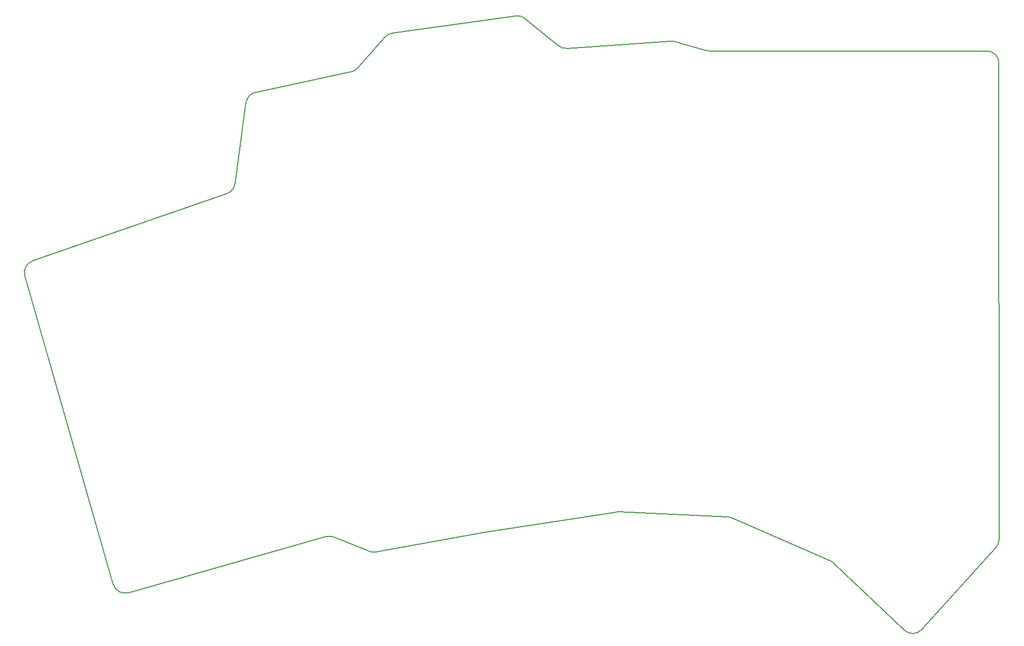
<source format=gbr>
%TF.GenerationSoftware,KiCad,Pcbnew,8.0.4*%
%TF.CreationDate,2024-08-02T12:22:31+01:00*%
%TF.ProjectId,left,6c656674-2e6b-4696-9361-645f70636258,v1.0.0*%
%TF.SameCoordinates,Original*%
%TF.FileFunction,Profile,NP*%
%FSLAX46Y46*%
G04 Gerber Fmt 4.6, Leading zero omitted, Abs format (unit mm)*
G04 Created by KiCad (PCBNEW 8.0.4) date 2024-08-02 12:22:31*
%MOMM*%
%LPD*%
G01*
G04 APERTURE LIST*
%TA.AperFunction,Profile*%
%ADD10C,0.150000*%
%TD*%
G04 APERTURE END LIST*
D10*
X120150527Y-177260464D02*
X105648874Y-126687163D01*
X106916469Y-124246162D02*
X138743688Y-113215624D01*
X140069874Y-111600012D02*
X141917082Y-98249347D01*
X143482378Y-96567153D02*
X159072497Y-93253374D01*
X160152770Y-92624372D02*
X164666267Y-87536852D01*
X165884005Y-86883602D02*
X186072633Y-84046275D01*
X187618825Y-84480030D02*
X193045285Y-88927897D01*
X194452647Y-89376245D02*
X211277404Y-88199728D01*
X211943534Y-88265438D02*
X217315167Y-89731551D01*
X217841777Y-89802143D02*
X263274684Y-89802132D01*
X265274677Y-91801100D02*
X265314945Y-169819107D01*
X264801217Y-171158406D02*
X252640242Y-184664540D01*
X249774196Y-184774144D02*
X238256747Y-173798467D01*
X237678354Y-173413881D02*
X221556828Y-166363774D01*
X220845601Y-166198246D02*
X202878979Y-165387955D01*
X202485228Y-165409106D02*
X180938142Y-168718781D01*
X180884636Y-168727744D02*
X163135383Y-171949064D01*
X162026049Y-171834367D02*
X156306627Y-169512925D01*
X155008462Y-169442056D02*
X122619041Y-178633224D01*
X105648874Y-126687163D02*
G75*
G02*
X106916470Y-124246165I1922515J551276D01*
G01*
X140069874Y-111600012D02*
G75*
G02*
X138743689Y-113215627I-1981125J274106D01*
G01*
X141917083Y-98249349D02*
G75*
G02*
X143482380Y-96567164I1981124J-274106D01*
G01*
X160152770Y-92624372D02*
G75*
G02*
X159072497Y-93253376I-1496093J1327291D01*
G01*
X164666266Y-87536851D02*
G75*
G02*
X165884006Y-86883610I1496092J-1327295D01*
G01*
X186072631Y-84046271D02*
G75*
G02*
X187618833Y-84480020I278346J-1980546D01*
G01*
X194452644Y-89376242D02*
G75*
G02*
X193045278Y-88927906I-139515J1995139D01*
G01*
X211277406Y-88199731D02*
G75*
G02*
X211943534Y-88265437I139508J-1995130D01*
G01*
X217841787Y-89802131D02*
G75*
G02*
X217315166Y-89731555I-8J1999995D01*
G01*
X263274685Y-89802132D02*
G75*
G02*
X265274682Y-91801100I0J-1999997D01*
G01*
X265314945Y-169819107D02*
G75*
G02*
X264801230Y-171158417I-2000011J-1039D01*
G01*
X252640240Y-184664540D02*
G75*
G02*
X249774208Y-184774132I-1486284J1338257D01*
G01*
X237678356Y-173413878D02*
G75*
G02*
X238256753Y-173798460I-801358J-1832448D01*
G01*
X220845601Y-166198244D02*
G75*
G02*
X221556829Y-166363771I-90120J-1997967D01*
G01*
X202485228Y-165409106D02*
G75*
G02*
X202878979Y-165387953I303643J-1976814D01*
G01*
X180884636Y-168727744D02*
G75*
G02*
X180938142Y-168718781I357155J-1967851D01*
G01*
X163135383Y-171949064D02*
G75*
G02*
X162026045Y-171834377I-357154J1967856D01*
G01*
X155008462Y-169442056D02*
G75*
G02*
X156306628Y-169512923I545984J-1924030D01*
G01*
X122619041Y-178633224D02*
G75*
G02*
X120150534Y-177260462I-545979J1924039D01*
G01*
M02*

</source>
